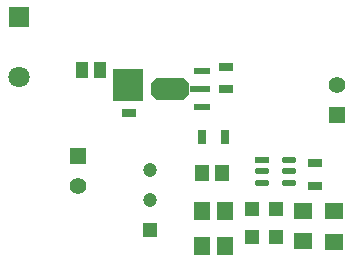
<source format=gbr>
G04*
G04 #@! TF.GenerationSoftware,Altium Limited,Altium Designer,25.8.1 (18)*
G04*
G04 Layer_Color=255*
%FSLAX25Y25*%
%MOIN*%
G70*
G04*
G04 #@! TF.SameCoordinates,42E29172-AB17-4D01-AB3A-1E57205C25AC*
G04*
G04*
G04 #@! TF.FilePolarity,Positive*
G04*
G01*
G75*
%ADD13R,0.05118X0.02756*%
%ADD14R,0.05000X0.03000*%
%ADD15R,0.10000X0.10512*%
%ADD16R,0.04528X0.04528*%
%ADD17R,0.04743X0.05363*%
%ADD18R,0.05512X0.06102*%
%ADD19R,0.06496X0.05512*%
%ADD20R,0.02756X0.05118*%
%ADD21R,0.05512X0.02362*%
G04:AMPARAMS|DCode=22|XSize=74.8mil|YSize=125.98mil|CornerRadius=0mil|HoleSize=0mil|Usage=FLASHONLY|Rotation=270.000|XOffset=0mil|YOffset=0mil|HoleType=Round|Shape=Octagon|*
%AMOCTAGOND22*
4,1,8,0.06299,0.01870,0.06299,-0.01870,0.04429,-0.03740,-0.04429,-0.03740,-0.06299,-0.01870,-0.06299,0.01870,-0.04429,0.03740,0.04429,0.03740,0.06299,0.01870,0.0*
%
%ADD22OCTAGOND22*%

%ADD23R,0.07087X0.02362*%
%ADD24R,0.03937X0.05315*%
G04:AMPARAMS|DCode=25|XSize=48.81mil|YSize=20.7mil|CornerRadius=10.35mil|HoleSize=0mil|Usage=FLASHONLY|Rotation=0.000|XOffset=0mil|YOffset=0mil|HoleType=Round|Shape=RoundedRectangle|*
%AMROUNDEDRECTD25*
21,1,0.04881,0.00000,0,0,0.0*
21,1,0.02811,0.02070,0,0,0.0*
1,1,0.02070,0.01405,0.00000*
1,1,0.02070,-0.01405,0.00000*
1,1,0.02070,-0.01405,0.00000*
1,1,0.02070,0.01405,0.00000*
%
%ADD25ROUNDEDRECTD25*%
%ADD26R,0.04881X0.02070*%
%ADD34R,0.04724X0.04724*%
%ADD35C,0.04724*%
%ADD45R,0.05512X0.05512*%
%ADD46C,0.05512*%
%ADD47R,0.07087X0.07087*%
%ADD48C,0.07087*%
D13*
X117665Y38085D02*
D03*
Y45565D02*
D03*
X88211Y77805D02*
D03*
Y70325D02*
D03*
D14*
X55665Y62339D02*
D03*
D15*
X55565Y71595D02*
D03*
D16*
X96665Y21059D02*
D03*
Y30311D02*
D03*
X104665Y21059D02*
D03*
Y30311D02*
D03*
D17*
X80231Y42371D02*
D03*
X86930D02*
D03*
D18*
X80231Y29722D02*
D03*
X87711D02*
D03*
X87711Y18136D02*
D03*
X80231D02*
D03*
D19*
X124165Y29722D02*
D03*
Y19486D02*
D03*
X113940Y29819D02*
D03*
Y19583D02*
D03*
D20*
X80231Y54325D02*
D03*
X87711D02*
D03*
D21*
X80170Y64419D02*
D03*
Y76230D02*
D03*
D22*
X69540Y70325D02*
D03*
D23*
X79383D02*
D03*
D24*
X40213Y76526D02*
D03*
X46118D02*
D03*
D25*
X109254Y42899D02*
D03*
Y39159D02*
D03*
X100077D02*
D03*
X109254Y46639D02*
D03*
X100077Y42899D02*
D03*
D26*
Y46639D02*
D03*
D34*
X62949Y23461D02*
D03*
D35*
Y33461D02*
D03*
Y43461D02*
D03*
D45*
X125165Y61825D02*
D03*
X38668Y47927D02*
D03*
D46*
X125165Y71667D02*
D03*
X38668Y38085D02*
D03*
D47*
X19165Y94325D02*
D03*
D48*
Y74325D02*
D03*
M02*

</source>
